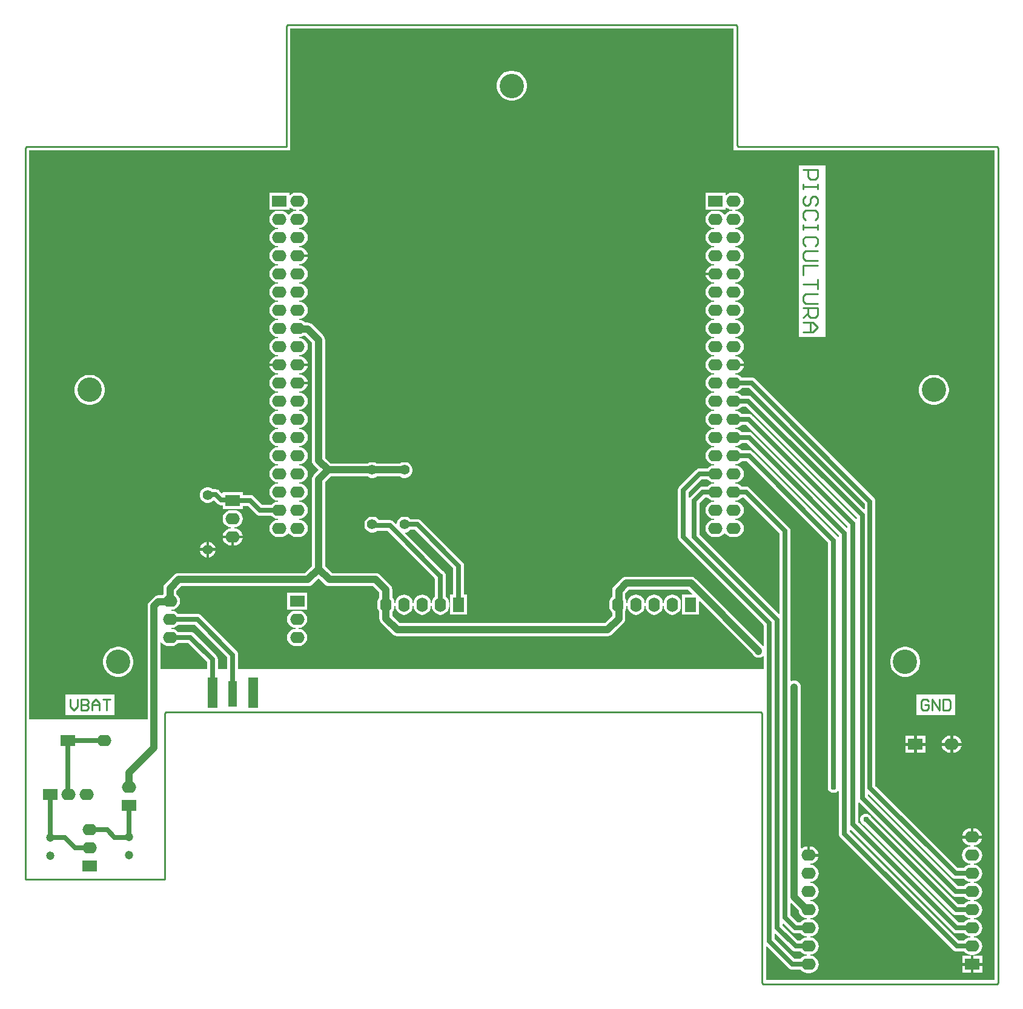
<source format=gtl>
%FSDAX23Y23*%
%MOIN*%
%SFA1B1*%

%IPPOS*%
%ADD20C,0.055000*%
%ADD22R,0.050000X0.142000*%
%ADD23R,0.053000X0.165000*%
%ADD24C,0.039000*%
%ADD25C,0.028000*%
%ADD26C,0.010000*%
%ADD27R,0.063000X0.079000*%
%ADD28O,0.063000X0.079000*%
%ADD29R,0.079000X0.063000*%
%ADD30O,0.079000X0.063000*%
%ADD31R,0.079000X0.063000*%
%ADD32O,0.079000X0.063000*%
%ADD33C,0.134000*%
%ADD34C,0.047000*%
%ADD35C,0.031000*%
%LNbuoynode_pcb-1*%
%LPD*%
G36*
X01080Y01000D02*
X01090Y00993D01*
X01102Y00988*
X01113Y00986*
Y00981*
X01102Y00980*
X01090Y00975*
X01080Y00968*
X01077Y00964*
X01052*
X01044Y00963*
X01037Y00960*
X01031Y00955*
X00983Y00907*
X00980Y00903*
X00975Y00904*
Y00933*
X01046Y01004*
X01077*
X01080Y01000*
G37*
G36*
X01943Y00870D02*
Y00842D01*
X01938Y00840*
X01323Y01455*
X01317Y01460*
X01310Y01463*
X01302Y01464*
X01267*
X01264Y01468*
X01254Y01475*
X01242Y01480*
X01231Y01481*
Y01486*
X01242Y01488*
X01254Y01493*
X01264Y01500*
X01268Y01506*
X01307*
X01943Y00870*
G37*
G36*
X01899Y00795D02*
Y00788D01*
X01894Y00786*
X01325Y01355*
X01319Y01360*
X01312Y01363*
X01304Y01364*
X01267*
X01264Y01368*
X01254Y01375*
X01242Y01380*
X01231Y01381*
Y01386*
X01242Y01388*
X01254Y01393*
X01264Y01400*
X01267Y01404*
X01290*
X01899Y00795*
G37*
G36*
X01848Y00748D02*
Y00740D01*
X01844Y00738*
X01327Y01255*
X01320Y01260*
X01313Y01263*
X01306Y01264*
X01267*
X01264Y01268*
X01254Y01275*
X01242Y01280*
X01231Y01281*
Y01286*
X01242Y01288*
X01254Y01293*
X01264Y01300*
X01267Y01304*
X01292*
X01848Y00748*
G37*
G36*
X01474Y00708D02*
Y00267D01*
X01470Y00265*
X01034Y00701*
Y00873*
X01064Y00904*
X01077*
X01080Y00900*
X01090Y00893*
X01102Y00888*
X01113Y00886*
Y00881*
X01102Y00880*
X01090Y00875*
X01080Y00868*
X01073Y00858*
X01068Y00846*
X01067Y00834*
X01068Y00822*
X01073Y00810*
X01080Y00800*
X01090Y00793*
X01102Y00788*
X01113Y00786*
Y00781*
X01102Y00780*
X01090Y00775*
X01080Y00768*
X01073Y00758*
X01068Y00746*
X01067Y00734*
X01068Y00722*
X01073Y00710*
X01080Y00700*
X01090Y00693*
X01102Y00688*
X01114Y00686*
X01130*
X01142Y00688*
X01154Y00693*
X01164Y00700*
X01169Y00707*
X01175*
X01180Y00700*
X01190Y00693*
X01202Y00688*
X01214Y00686*
X01230*
X01242Y00688*
X01254Y00693*
X01264Y00700*
X01271Y00710*
X01276Y00722*
X01278Y00734*
X01276Y00746*
X01271Y00758*
X01264Y00768*
X01254Y00775*
X01242Y00780*
X01231Y00781*
Y00786*
X01242Y00788*
X01254Y00793*
X01264Y00800*
X01271Y00810*
X01276Y00822*
X01278Y00834*
X01276Y00846*
X01271Y00858*
X01264Y00868*
X01254Y00875*
X01242Y00880*
X01231Y00881*
Y00886*
X01242Y00888*
X01254Y00893*
X01264Y00900*
X01267Y00904*
X01278*
X01474Y00708*
G37*
G36*
X01801Y00696D02*
Y00688D01*
X01796Y00686*
X01793Y00690*
X01328Y01155*
X01322Y01160*
X01315Y01163*
X01307Y01164*
X01267*
X01264Y01168*
X01254Y01175*
X01242Y01180*
X01231Y01181*
Y01186*
X01242Y01188*
X01254Y01193*
X01264Y01200*
X01267Y01204*
X01293*
X01801Y00696*
G37*
G36*
X-01029Y00427D02*
X-01022Y00422D01*
X-01013Y00418*
X-01004Y00417*
X-00763*
X-00728Y00382*
Y00354*
X-00733Y00347*
X-00738Y00335*
X-00740Y00323*
Y00307*
X-00738Y00295*
X-00733Y00283*
X-00728Y00276*
Y00239*
X-00727Y00230*
X-00723Y00222*
X-00717Y00214*
X-00655Y00152*
X-00648Y00146*
X-00639Y00143*
X-00630Y00141*
X00528*
X00537Y00143*
X00546Y00146*
X00553Y00152*
X00614Y00213*
X00620Y00220*
X00623Y00229*
X00625Y00238*
Y00282*
X00626Y00283*
X00630Y00295*
X00632Y00306*
X00637*
X00638Y00295*
X00643Y00283*
X00651Y00273*
X00660Y00266*
X00672Y00261*
X00684Y00259*
X00697Y00261*
X00708Y00266*
X00718Y00273*
X00726Y00283*
X00730Y00295*
X00732Y00306*
X00737*
X00738Y00295*
X00743Y00283*
X00751Y00273*
X00760Y00266*
X00772Y00261*
X00784Y00259*
X00797Y00261*
X00808Y00266*
X00818Y00273*
X00826Y00283*
X00830Y00295*
X00832Y00306*
X00837*
X00838Y00295*
X00843Y00283*
X00851Y00273*
X00860Y00266*
X00872Y00261*
X00884Y00259*
X00897Y00261*
X00908Y00266*
X00918Y00273*
X00926Y00283*
X00930Y00295*
X00932Y00307*
Y00323*
X00930Y00335*
X00926Y00347*
X00918Y00357*
X00908Y00364*
X00897Y00369*
X00884Y00370*
X00872Y00369*
X00860Y00364*
X00851Y00357*
X00843Y00347*
X00838Y00335*
X00837Y00324*
X00832*
X00830Y00335*
X00826Y00347*
X00818Y00357*
X00808Y00364*
X00797Y00369*
X00784Y00370*
X00772Y00369*
X00760Y00364*
X00751Y00357*
X00743Y00347*
X00738Y00335*
X00737Y00324*
X00732*
X00730Y00335*
X00726Y00347*
X00718Y00357*
X00708Y00364*
X00697Y00369*
X00684Y00370*
X00672Y00369*
X00660Y00364*
X00651Y00357*
X00643Y00347*
X00638Y00335*
X00637Y00324*
X00632*
X00630Y00335*
X00626Y00347*
X00625Y00348*
Y00377*
X00645Y00397*
X00972*
X00995Y00375*
X00993Y00370*
X00937*
Y00260*
X01031*
Y00332*
X01036Y00334*
X01327Y00043*
Y00041*
X01333Y00034*
X01340Y00028*
X01349Y00025*
X01358Y00023*
X01368Y00025*
X01376Y00028*
X01383Y00033*
X01388Y00031*
Y-00039*
X-01506*
Y00039*
X-01507Y00047*
X-01510Y00054*
X-01514Y00060*
X-01710Y00256*
X-01716Y00260*
X-01723Y00263*
X-01731Y00264*
X-01837*
X-01840Y00268*
X-01849Y00276*
X-01861Y00281*
X-01872Y00282*
Y00287*
X-01861Y00289*
X-01849Y00293*
X-01840Y00301*
X-01832Y00311*
X-01827Y00322*
X-01826Y00335*
X-01827Y00347*
X-01832Y00358*
X-01840Y00368*
X-01845Y00373*
Y00390*
X-01818Y00417*
X-01122*
X-01113Y00418*
X-01104Y00422*
X-01097Y00427*
X-01063Y00461*
X-01029Y00427*
G37*
G36*
X-01565Y00027D02*
Y-00039D01*
X-01617*
Y00013*
X-01618Y00021*
X-01621Y00028*
X-01626Y00034*
X-01747Y00156*
X-01754Y00160*
X-01761Y00163*
X-01769Y00164*
X-01837*
X-01840Y00168*
X-01849Y00176*
X-01861Y00181*
X-01872Y00182*
Y00187*
X-01861Y00189*
X-01849Y00193*
X-01840Y00201*
X-01837Y00205*
X-01743*
X-01565Y00027*
G37*
G36*
X-01923Y00101D02*
X-01913Y00093D01*
X-01901Y00089*
X-01889Y00087*
X-01873*
X-01861Y00089*
X-01849Y00093*
X-01840Y00101*
X-01837Y00105*
X-01781*
X-01676Y00000*
Y-00039*
X-01929*
X-01933Y-00036*
Y00106*
X-01928Y00108*
X-01923Y00101*
G37*
G36*
X02421Y-01184D02*
D01*
X02428Y-01189*
X02435Y-01192*
X02443Y-01193*
X02489*
X02492Y-01197*
X02502Y-01204*
X02514Y-01209*
X02525Y-01210*
Y-01216*
X02514Y-01217*
X02502Y-01222*
X02492Y-01229*
X02489Y-01233*
X02456*
X01959Y-00736*
Y-00728*
X01964Y-00726*
X02421Y-01184*
G37*
G36*
X02423Y-01284D02*
D01*
X02429Y-01289*
X02436Y-01292*
X02444Y-01293*
X02489*
X02492Y-01297*
X02502Y-01304*
X02514Y-01309*
X02525Y-01310*
Y-01316*
X02514Y-01317*
X02502Y-01322*
X02492Y-01329*
X02489Y-01333*
X02458*
X01977Y-00853*
X01974Y-00847*
X01968Y-00841*
X01961Y-00837*
X01953Y-00835*
X01945*
X01937Y-00837*
X01929Y-00841*
X01924Y-00847*
X01919Y-00854*
X01917Y-00862*
Y-00870*
X01919Y-00878*
X01924Y-00885*
X01929Y-00891*
X01935Y-00895*
X02425Y-01384*
X02431Y-01389*
X02438Y-01392*
X02446Y-01393*
X02489*
X02492Y-01397*
X02502Y-01404*
X02514Y-01409*
X02525Y-01410*
Y-01416*
X02514Y-01417*
X02502Y-01422*
X02492Y-01429*
X02489Y-01433*
X02460*
X01908Y-00881*
Y-00776*
X01913Y-00774*
X02423Y-01284*
G37*
G36*
X01579Y-01366D02*
X01580Y-01375D01*
X01585Y-01387*
X01592Y-01397*
X01602Y-01404*
X01614Y-01409*
X01625Y-01410*
Y-01416*
X01614Y-01417*
X01602Y-01422*
X01592Y-01429*
X01589Y-01433*
X01574*
X01534Y-01393*
Y-01328*
X01538Y-01326*
X01579Y-01366*
G37*
G36*
X02426Y-01484D02*
X02432Y-01489D01*
X02440Y-01492*
X02447Y-01493*
X02489*
X02492Y-01497*
X02502Y-01504*
X02514Y-01509*
X02525Y-01510*
Y-01516*
X02514Y-01517*
X02502Y-01522*
X02492Y-01529*
X02489Y-01533*
X02461*
X01860Y-00933*
Y-00925*
X01865Y-00923*
X02426Y-01484*
G37*
G36*
X01540D02*
D01*
X01547Y-01489*
X01554Y-01492*
X01561Y-01493*
X01589*
X01592Y-01497*
X01602Y-01504*
X01614Y-01509*
X01625Y-01510*
Y-01516*
X01614Y-01517*
X01602Y-01522*
X01592Y-01529*
X01589Y-01533*
X01575*
X01490Y-01448*
Y-01441*
X01495Y-01439*
X01540Y-01484*
G37*
G36*
X01219Y02841D02*
X01220Y02833D01*
Y02815*
X01239*
X01246Y02813*
X02656*
Y-01750*
X01399*
Y-01566*
X01404Y-01564*
X01524Y-01684*
X01530Y-01689*
X01537Y-01692*
X01545Y-01693*
X01589*
X01592Y-01697*
X01602Y-01704*
X01614Y-01709*
X01626Y-01711*
X01642*
X01654Y-01709*
X01666Y-01704*
X01675Y-01697*
X01683Y-01687*
X01688Y-01675*
X01689Y-01663*
X01688Y-01651*
X01683Y-01639*
X01675Y-01629*
X01666Y-01622*
X01654Y-01617*
X01643Y-01616*
Y-01610*
X01654Y-01609*
X01666Y-01604*
X01675Y-01597*
X01683Y-01587*
X01688Y-01575*
X01689Y-01563*
X01688Y-01551*
X01683Y-01539*
X01675Y-01529*
X01666Y-01522*
X01654Y-01517*
X01643Y-01516*
Y-01510*
X01654Y-01509*
X01666Y-01504*
X01675Y-01497*
X01683Y-01487*
X01688Y-01475*
X01689Y-01463*
X01688Y-01451*
X01683Y-01439*
X01675Y-01429*
X01666Y-01422*
X01654Y-01417*
X01643Y-01416*
Y-01410*
X01654Y-01409*
X01666Y-01404*
X01675Y-01397*
X01683Y-01387*
X01688Y-01375*
X01689Y-01363*
X01688Y-01351*
X01683Y-01339*
X01675Y-01329*
X01666Y-01322*
X01654Y-01317*
X01643Y-01316*
Y-01310*
X01654Y-01309*
X01666Y-01304*
X01675Y-01297*
X01683Y-01287*
X01688Y-01275*
X01689Y-01263*
X01688Y-01251*
X01683Y-01239*
X01675Y-01229*
X01666Y-01222*
X01654Y-01217*
X01643Y-01216*
Y-01210*
X01654Y-01209*
X01666Y-01204*
X01675Y-01197*
X01683Y-01187*
X01688Y-01175*
X01689Y-01163*
X01688Y-01151*
X01683Y-01139*
X01675Y-01129*
X01666Y-01122*
X01654Y-01117*
X01643Y-01116*
Y-01110*
X01654Y-01109*
X01666Y-01104*
X01675Y-01097*
X01683Y-01087*
X01688Y-01075*
Y-01071*
X01634*
Y-01063*
X01626*
Y-01015*
X01614Y-01017*
X01602Y-01022*
X01596Y-01027*
X01591Y-01024*
Y-00138*
X01590Y-00129*
X01586Y-00120*
X01580Y-00113*
X01573Y-00107*
X01564Y-00103*
X01555Y-00102*
X01546Y-00103*
X01539Y-00106*
X01534Y-00104*
Y00720*
X01533Y00728*
X01530Y00735*
X01525Y00742*
X01312Y00955*
X01305Y00960*
X01298Y00963*
X01291Y00964*
X01267*
X01264Y00968*
X01254Y00975*
X01242Y00980*
X01231Y00981*
Y00986*
X01242Y00988*
X01254Y00993*
X01264Y01000*
X01271Y01010*
X01276Y01022*
X01278Y01034*
X01276Y01046*
X01271Y01058*
X01264Y01068*
X01254Y01075*
X01242Y01080*
X01231Y01081*
Y01086*
X01242Y01088*
X01254Y01093*
X01264Y01100*
X01267Y01104*
X01295*
X01742Y00657*
Y-00678*
X01740Y-00685*
Y-00693*
X01742Y-00701*
X01746Y-00708*
X01752Y-00714*
X01759Y-00718*
X01768Y-00720*
X01776*
X01784Y-00718*
X01791Y-00714*
X01796Y-00709*
X01801Y-00711*
Y-00945*
X01802Y-00953*
X01805Y-00960*
X01810Y-00966*
X02428Y-01584*
X02434Y-01589*
X02441Y-01592*
X02449Y-01593*
X02489*
X02492Y-01597*
X02502Y-01604*
X02514Y-01609*
X02526Y-01611*
X02542*
X02554Y-01609*
X02566Y-01604*
X02575Y-01597*
X02583Y-01587*
X02588Y-01575*
X02589Y-01563*
X02588Y-01551*
X02583Y-01539*
X02575Y-01529*
X02566Y-01522*
X02554Y-01517*
X02543Y-01516*
Y-01510*
X02554Y-01509*
X02566Y-01504*
X02575Y-01497*
X02583Y-01487*
X02588Y-01475*
X02589Y-01463*
X02588Y-01451*
X02583Y-01439*
X02575Y-01429*
X02566Y-01422*
X02554Y-01417*
X02543Y-01416*
Y-01410*
X02554Y-01409*
X02566Y-01404*
X02575Y-01397*
X02583Y-01387*
X02588Y-01375*
X02589Y-01363*
X02588Y-01351*
X02583Y-01339*
X02575Y-01329*
X02566Y-01322*
X02554Y-01317*
X02543Y-01316*
Y-01310*
X02554Y-01309*
X02566Y-01304*
X02575Y-01297*
X02583Y-01287*
X02588Y-01275*
X02589Y-01263*
X02588Y-01251*
X02583Y-01239*
X02575Y-01229*
X02566Y-01222*
X02554Y-01217*
X02543Y-01216*
Y-01210*
X02554Y-01209*
X02566Y-01204*
X02575Y-01197*
X02583Y-01187*
X02588Y-01175*
X02589Y-01163*
X02588Y-01151*
X02583Y-01139*
X02575Y-01129*
X02566Y-01122*
X02554Y-01117*
X02543Y-01116*
Y-01110*
X02554Y-01109*
X02566Y-01104*
X02575Y-01097*
X02583Y-01087*
X02588Y-01075*
X02589Y-01063*
X02588Y-01051*
X02583Y-01039*
X02575Y-01029*
X02566Y-01022*
X02554Y-01017*
X02543Y-01016*
Y-01010*
X02554Y-01009*
X02566Y-01004*
X02575Y-00997*
X02583Y-00987*
X02588Y-00975*
Y-00971*
X02534*
X02479*
X02480Y-00975*
X02485Y-00987*
X02492Y-00997*
X02502Y-01004*
X02514Y-01009*
X02525Y-01010*
Y-01016*
X02514Y-01017*
X02502Y-01022*
X02492Y-01029*
X02485Y-01039*
X02480Y-01051*
X02478Y-01063*
X02480Y-01075*
X02485Y-01087*
X02492Y-01097*
X02502Y-01104*
X02514Y-01109*
X02525Y-01110*
Y-01116*
X02514Y-01117*
X02502Y-01122*
X02492Y-01129*
X02489Y-01133*
X02455*
X02002Y-00681*
Y00882*
X02001Y00890*
X01998Y00897*
X01993Y00903*
X01340Y01556*
X01334Y01561*
X01327Y01564*
X01319Y01565*
X01265*
X01264Y01568*
X01254Y01575*
X01242Y01580*
X01231Y01581*
Y01586*
X01242Y01588*
X01254Y01593*
X01264Y01600*
X01271Y01610*
X01276Y01622*
X01277Y01626*
X01222*
Y01642*
X01277*
X01276Y01646*
X01271Y01658*
X01264Y01668*
X01254Y01675*
X01242Y01680*
X01231Y01681*
Y01686*
X01242Y01688*
X01254Y01693*
X01264Y01700*
X01271Y01710*
X01276Y01722*
X01278Y01734*
X01276Y01746*
X01271Y01758*
X01264Y01768*
X01254Y01775*
X01242Y01780*
X01231Y01781*
Y01786*
X01242Y01788*
X01254Y01793*
X01264Y01800*
X01271Y01810*
X01276Y01822*
X01278Y01834*
X01276Y01846*
X01271Y01858*
X01264Y01868*
X01254Y01875*
X01242Y01880*
X01231Y01881*
Y01886*
X01242Y01888*
X01254Y01893*
X01264Y01900*
X01271Y01910*
X01276Y01922*
X01278Y01934*
X01276Y01946*
X01271Y01958*
X01264Y01968*
X01254Y01975*
X01242Y01980*
X01231Y01981*
Y01986*
X01242Y01988*
X01254Y01993*
X01264Y02000*
X01271Y02010*
X01276Y02022*
X01278Y02034*
X01276Y02046*
X01271Y02058*
X01264Y02068*
X01254Y02075*
X01242Y02080*
X01231Y02081*
Y02086*
X01242Y02088*
X01254Y02093*
X01264Y02100*
X01271Y02110*
X01276Y02122*
X01278Y02134*
X01276Y02146*
X01271Y02158*
X01264Y02168*
X01254Y02175*
X01242Y02180*
X01231Y02181*
Y02186*
X01242Y02188*
X01254Y02193*
X01264Y02200*
X01271Y02210*
X01276Y02222*
X01278Y02234*
X01276Y02246*
X01271Y02258*
X01264Y02268*
X01254Y02275*
X01242Y02280*
X01231Y02281*
Y02286*
X01242Y02288*
X01254Y02293*
X01264Y02300*
X01271Y02310*
X01276Y02322*
X01278Y02334*
X01276Y02346*
X01271Y02358*
X01264Y02368*
X01254Y02375*
X01242Y02380*
X01231Y02381*
Y02386*
X01242Y02388*
X01254Y02393*
X01264Y02400*
X01271Y02410*
X01276Y02422*
X01278Y02434*
X01276Y02446*
X01271Y02458*
X01264Y02468*
X01254Y02475*
X01242Y02480*
X01231Y02481*
Y02486*
X01242Y02488*
X01254Y02493*
X01264Y02500*
X01271Y02510*
X01276Y02522*
X01278Y02534*
X01276Y02546*
X01271Y02558*
X01264Y02568*
X01254Y02575*
X01242Y02580*
X01230Y02582*
X01214*
X01202Y02580*
X01190Y02575*
X01182Y02569*
X01177Y02571*
Y02581*
X01067*
Y02487*
X01177*
Y02497*
X01182Y02499*
X01190Y02493*
X01202Y02488*
X01213Y02486*
Y02481*
X01202Y02480*
X01190Y02475*
X01180Y02468*
X01175Y02461*
X01169*
X01164Y02468*
X01154Y02475*
X01142Y02480*
X01130Y02482*
X01114*
X01102Y02480*
X01090Y02475*
X01080Y02468*
X01073Y02458*
X01068Y02446*
X01067Y02434*
X01068Y02422*
X01073Y02410*
X01080Y02400*
X01090Y02393*
X01102Y02388*
X01113Y02386*
Y02381*
X01102Y02380*
X01090Y02375*
X01080Y02368*
X01073Y02358*
X01068Y02346*
X01067Y02334*
X01068Y02322*
X01073Y02310*
X01080Y02300*
X01090Y02293*
X01102Y02288*
X01113Y02286*
Y02281*
X01102Y02280*
X01090Y02275*
X01080Y02268*
X01073Y02258*
X01068Y02246*
X01067Y02234*
X01068Y02222*
X01073Y02210*
X01080Y02200*
X01090Y02193*
X01102Y02188*
X01113Y02186*
Y02181*
X01102Y02180*
X01090Y02175*
X01080Y02168*
X01073Y02158*
X01068Y02146*
Y02142*
X01122*
Y02126*
X01068*
Y02122*
X01073Y02110*
X01080Y02100*
X01090Y02093*
X01102Y02088*
X01113Y02086*
Y02081*
X01102Y02080*
X01090Y02075*
X01080Y02068*
X01073Y02058*
X01068Y02046*
X01067Y02034*
X01068Y02022*
X01073Y02010*
X01080Y02000*
X01090Y01993*
X01102Y01988*
X01113Y01986*
Y01981*
X01102Y01980*
X01090Y01975*
X01080Y01968*
X01073Y01958*
X01068Y01946*
X01067Y01934*
X01068Y01922*
X01073Y01910*
X01080Y01900*
X01090Y01893*
X01102Y01888*
X01113Y01886*
Y01881*
X01102Y01880*
X01090Y01875*
X01080Y01868*
X01073Y01858*
X01068Y01846*
X01067Y01834*
X01068Y01822*
X01073Y01810*
X01080Y01800*
X01090Y01793*
X01102Y01788*
X01113Y01786*
Y01781*
X01102Y01780*
X01090Y01775*
X01080Y01768*
X01073Y01758*
X01068Y01746*
X01067Y01734*
X01068Y01722*
X01073Y01710*
X01080Y01700*
X01090Y01693*
X01102Y01688*
X01113Y01686*
Y01681*
X01102Y01680*
X01090Y01675*
X01080Y01668*
X01073Y01658*
X01068Y01646*
X01067Y01634*
X01068Y01622*
X01073Y01610*
X01080Y01600*
X01090Y01593*
X01102Y01588*
X01113Y01586*
Y01581*
X01102Y01580*
X01090Y01575*
X01080Y01568*
X01073Y01558*
X01068Y01546*
X01067Y01534*
X01068Y01522*
X01073Y01510*
X01080Y01500*
X01090Y01493*
X01102Y01488*
X01113Y01486*
Y01481*
X01102Y01480*
X01090Y01475*
X01080Y01468*
X01073Y01458*
X01068Y01446*
X01067Y01434*
X01068Y01422*
X01073Y01410*
X01080Y01400*
X01090Y01393*
X01102Y01388*
X01113Y01386*
Y01381*
X01102Y01380*
X01090Y01375*
X01080Y01368*
X01073Y01358*
X01068Y01346*
X01067Y01334*
X01068Y01322*
X01073Y01310*
X01080Y01300*
X01090Y01293*
X01102Y01288*
X01113Y01286*
Y01281*
X01102Y01280*
X01090Y01275*
X01080Y01268*
X01073Y01258*
X01068Y01246*
X01067Y01234*
X01068Y01222*
X01073Y01210*
X01080Y01200*
X01090Y01193*
X01102Y01188*
X01113Y01186*
Y01181*
X01102Y01180*
X01090Y01175*
X01080Y01168*
X01073Y01158*
X01068Y01146*
X01067Y01134*
X01068Y01122*
X01073Y01110*
X01080Y01100*
X01090Y01093*
X01102Y01088*
X01113Y01086*
Y01081*
X01102Y01080*
X01090Y01075*
X01080Y01068*
X01077Y01064*
X01034*
X01030Y01063*
X01026*
X01019Y01060*
X01013Y01055*
X00924Y00966*
X00919Y00960*
X00916Y00953*
X00915Y00945*
Y00687*
X00916Y00679*
X00919Y00672*
X00924Y00666*
X01388Y00202*
Y00090*
X01383Y00088*
X01012Y00458*
X01005Y00464*
X00996Y00468*
X00987Y00469*
X00630*
X00621Y00468*
X00612Y00464*
X00605Y00458*
X00564Y00417*
X00558Y00410*
X00554Y00401*
X00553Y00392*
Y00358*
X00551Y00357*
X00543Y00347*
X00538Y00335*
X00537Y00323*
Y00307*
X00538Y00295*
X00543Y00283*
X00551Y00273*
X00553Y00271*
Y00253*
X00513Y00213*
X-00615*
X-00656Y00254*
Y00276*
X-00651Y00283*
X-00646Y00295*
X-00645Y00306*
X-00640*
X-00638Y00295*
X-00633Y00283*
X-00626Y00273*
X-00616Y00266*
X-00604Y00261*
X-00592Y00259*
X-00580Y00261*
X-00568Y00266*
X-00558Y00273*
X-00551Y00283*
X-00546Y00295*
X-00545Y00306*
X-00540*
X-00538Y00295*
X-00533Y00283*
X-00526Y00273*
X-00516Y00266*
X-00504Y00261*
X-00492Y00259*
X-00480Y00261*
X-00468Y00266*
X-00458Y00273*
X-00451Y00283*
X-00446Y00295*
X-00445Y00306*
X-00440*
X-00438Y00295*
X-00433Y00283*
X-00426Y00273*
X-00416Y00266*
X-00404Y00261*
X-00392Y00259*
X-00380Y00261*
X-00368Y00266*
X-00358Y00273*
X-00351Y00283*
X-00346Y00295*
X-00344Y00307*
Y00323*
X-00346Y00335*
X-00351Y00347*
X-00358Y00357*
X-00362Y00360*
Y00468*
Y00477*
X-00364Y00485*
X-00368Y00492*
X-00374Y00498*
X-00380Y00501*
X-00587Y00708*
X-00586Y00710*
X-00584Y00712*
X-00574Y00715*
X-00564Y00721*
X-00559Y00726*
X-00532*
X-00322Y00516*
Y00370*
X-00339*
Y00260*
X-00245*
Y00370*
X-00262*
Y00528*
X-00263Y00536*
X-00266Y00543*
X-00271Y00549*
X-00498Y00777*
X-00504Y00781*
X-00512Y00784*
X-00519Y00785*
X-00559*
X-00564Y00790*
X-00574Y00796*
X-00585Y00799*
X-00596*
X-00607Y00796*
X-00617Y00790*
X-00625Y00782*
X-00631Y00772*
X-00634Y00762*
X-00636Y00760*
X-00638Y00759*
X-00650Y00771*
X-00657Y00776*
X-00664Y00779*
X-00671Y00780*
X-00732*
X-00733Y00782*
X-00741Y00790*
X-00751Y00796*
X-00762Y00799*
X-00773*
X-00784Y00796*
X-00794Y00790*
X-00802Y00782*
X-00808Y00772*
X-00811Y00761*
Y00750*
X-00808Y00739*
X-00802Y00729*
X-00794Y00721*
X-00784Y00715*
X-00773Y00712*
X-00762*
X-00751Y00715*
X-00742Y00720*
X-00684*
X-00422Y00459*
Y00458*
Y00360*
X-00426Y00357*
X-00433Y00347*
X-00438Y00335*
X-00440Y00324*
X-00445*
X-00446Y00335*
X-00451Y00347*
X-00458Y00357*
X-00468Y00364*
X-00480Y00369*
X-00492Y00370*
X-00504Y00369*
X-00516Y00364*
X-00526Y00357*
X-00533Y00347*
X-00538Y00335*
X-00540Y00324*
X-00545*
X-00546Y00335*
X-00551Y00347*
X-00558Y00357*
X-00568Y00364*
X-00580Y00369*
X-00592Y00370*
X-00604Y00369*
X-00616Y00364*
X-00626Y00357*
X-00633Y00347*
X-00638Y00335*
X-00640Y00324*
X-00645*
X-00646Y00335*
X-00651Y00347*
X-00656Y00354*
Y00397*
X-00658Y00406*
X-00661Y00415*
X-00667Y00422*
X-00723Y00478*
X-00730Y00484*
X-00739Y00487*
X-00748Y00488*
X-00989*
X-01027Y00527*
Y00989*
X-00997Y01020*
X-00792*
X-00784Y01015*
X-00773Y01012*
X-00762*
X-00751Y01015*
X-00743Y01020*
X-00615*
X-00607Y01015*
X-00596Y01012*
X-00585*
X-00574Y01015*
X-00564Y01021*
X-00556Y01029*
X-00550Y01039*
X-00547Y01050*
Y01061*
X-00550Y01072*
X-00556Y01082*
X-00564Y01090*
X-00574Y01096*
X-00585Y01099*
X-00596*
X-00607Y01096*
X-00615Y01091*
X-00743*
X-00751Y01096*
X-00762Y01099*
X-00773*
X-00784Y01096*
X-00792Y01091*
X-00997*
X-01027Y01122*
Y01772*
X-01028Y01781*
X-01032Y01790*
X-01038Y01797*
X-01097Y01856*
X-01104Y01862*
X-01113Y01865*
X-01122Y01866*
X-01136*
Y01868*
X-01146Y01875*
X-01158Y01880*
X-01169Y01881*
Y01886*
X-01158Y01888*
X-01146Y01893*
X-01136Y01900*
X-01129Y01910*
X-01124Y01922*
X-01122Y01934*
X-01124Y01946*
X-01129Y01958*
X-01136Y01968*
X-01146Y01975*
X-01158Y01980*
X-01169Y01981*
Y01986*
X-01158Y01988*
X-01146Y01993*
X-01136Y02000*
X-01129Y02010*
X-01124Y02022*
X-01122Y02034*
X-01124Y02046*
X-01129Y02058*
X-01136Y02068*
X-01146Y02075*
X-01158Y02080*
X-01169Y02081*
Y02086*
X-01158Y02088*
X-01146Y02093*
X-01136Y02100*
X-01129Y02110*
X-01124Y02122*
X-01122Y02134*
X-01124Y02146*
X-01129Y02158*
X-01136Y02168*
X-01146Y02175*
X-01158Y02180*
X-01169Y02181*
Y02186*
X-01158Y02188*
X-01146Y02193*
X-01136Y02200*
X-01129Y02210*
X-01124Y02222*
X-01123Y02226*
X-01178*
Y02242*
X-01123*
X-01124Y02246*
X-01129Y02258*
X-01136Y02268*
X-01146Y02275*
X-01158Y02280*
X-01169Y02281*
Y02286*
X-01158Y02288*
X-01146Y02293*
X-01136Y02300*
X-01129Y02310*
X-01124Y02322*
X-01122Y02334*
X-01124Y02346*
X-01129Y02358*
X-01136Y02368*
X-01146Y02375*
X-01158Y02380*
X-01169Y02381*
Y02386*
X-01158Y02388*
X-01146Y02393*
X-01136Y02400*
X-01129Y02410*
X-01124Y02422*
X-01122Y02434*
X-01124Y02446*
X-01129Y02458*
X-01136Y02468*
X-01146Y02475*
X-01158Y02480*
X-01169Y02481*
Y02486*
X-01158Y02488*
X-01146Y02493*
X-01136Y02500*
X-01129Y02510*
X-01124Y02522*
X-01122Y02534*
X-01124Y02546*
X-01129Y02558*
X-01136Y02568*
X-01146Y02575*
X-01158Y02580*
X-01170Y02582*
X-01186*
X-01198Y02580*
X-01210Y02575*
X-01218Y02569*
X-01223Y02571*
Y02581*
X-01333*
Y02487*
X-01223*
Y02497*
X-01218Y02499*
X-01210Y02493*
X-01198Y02488*
X-01187Y02486*
Y02481*
X-01198Y02480*
X-01210Y02475*
X-01220Y02468*
X-01225Y02461*
X-01231*
X-01236Y02468*
X-01246Y02475*
X-01258Y02480*
X-01270Y02482*
X-01286*
X-01298Y02480*
X-01310Y02475*
X-01320Y02468*
X-01327Y02458*
X-01332Y02446*
X-01333Y02434*
X-01332Y02422*
X-01327Y02410*
X-01320Y02400*
X-01310Y02393*
X-01298Y02388*
X-01287Y02386*
Y02381*
X-01298Y02380*
X-01310Y02375*
X-01320Y02368*
X-01327Y02358*
X-01332Y02346*
X-01333Y02334*
X-01332Y02322*
X-01327Y02310*
X-01320Y02300*
X-01310Y02293*
X-01298Y02288*
X-01287Y02286*
Y02281*
X-01298Y02280*
X-01310Y02275*
X-01320Y02268*
X-01327Y02258*
X-01332Y02246*
X-01333Y02234*
X-01332Y02222*
X-01327Y02210*
X-01320Y02200*
X-01310Y02193*
X-01298Y02188*
X-01287Y02186*
Y02181*
X-01298Y02180*
X-01310Y02175*
X-01320Y02168*
X-01327Y02158*
X-01332Y02146*
X-01333Y02134*
X-01332Y02122*
X-01327Y02110*
X-01320Y02100*
X-01310Y02093*
X-01298Y02088*
X-01287Y02086*
Y02081*
X-01298Y02080*
X-01310Y02075*
X-01320Y02068*
X-01327Y02058*
X-01332Y02046*
X-01333Y02034*
X-01332Y02022*
X-01327Y02010*
X-01320Y02000*
X-01310Y01993*
X-01298Y01988*
X-01287Y01986*
Y01981*
X-01298Y01980*
X-01310Y01975*
X-01320Y01968*
X-01327Y01958*
X-01332Y01946*
X-01333Y01934*
X-01332Y01922*
X-01327Y01910*
X-01320Y01900*
X-01310Y01893*
X-01298Y01888*
X-01287Y01886*
Y01881*
X-01298Y01880*
X-01310Y01875*
X-01320Y01868*
X-01327Y01858*
X-01332Y01846*
X-01333Y01834*
X-01332Y01822*
X-01327Y01810*
X-01320Y01800*
X-01310Y01793*
X-01298Y01788*
X-01287Y01786*
Y01781*
X-01298Y01780*
X-01310Y01775*
X-01320Y01768*
X-01327Y01758*
X-01332Y01746*
X-01333Y01734*
X-01332Y01722*
X-01327Y01710*
X-01320Y01700*
X-01310Y01693*
X-01298Y01688*
X-01287Y01686*
Y01681*
X-01298Y01680*
X-01310Y01675*
X-01320Y01668*
X-01327Y01658*
X-01332Y01646*
Y01642*
X-01278*
Y01626*
X-01332*
Y01622*
X-01327Y01610*
X-01320Y01600*
X-01310Y01593*
X-01298Y01588*
X-01287Y01586*
Y01581*
X-01298Y01580*
X-01310Y01575*
X-01320Y01568*
X-01327Y01558*
X-01332Y01546*
X-01333Y01534*
X-01332Y01522*
X-01327Y01510*
X-01320Y01500*
X-01310Y01493*
X-01298Y01488*
X-01287Y01486*
Y01481*
X-01298Y01480*
X-01310Y01475*
X-01320Y01468*
X-01327Y01458*
X-01332Y01446*
X-01333Y01434*
X-01332Y01422*
X-01327Y01410*
X-01320Y01400*
X-01310Y01393*
X-01298Y01388*
X-01287Y01386*
Y01381*
X-01298Y01380*
X-01310Y01375*
X-01320Y01368*
X-01327Y01358*
X-01332Y01346*
X-01333Y01334*
X-01332Y01322*
X-01327Y01310*
X-01320Y01300*
X-01310Y01293*
X-01298Y01288*
X-01287Y01286*
Y01281*
X-01298Y01280*
X-01310Y01275*
X-01320Y01268*
X-01327Y01258*
X-01332Y01246*
X-01333Y01234*
X-01332Y01222*
X-01327Y01210*
X-01320Y01200*
X-01310Y01193*
X-01298Y01188*
X-01287Y01186*
Y01181*
X-01298Y01180*
X-01310Y01175*
X-01320Y01168*
X-01327Y01158*
X-01332Y01146*
X-01333Y01134*
X-01332Y01122*
X-01327Y01110*
X-01320Y01100*
X-01310Y01093*
X-01298Y01088*
X-01287Y01086*
Y01081*
X-01298Y01080*
X-01310Y01075*
X-01320Y01068*
X-01327Y01058*
X-01332Y01046*
X-01333Y01034*
X-01332Y01022*
X-01327Y01010*
X-01320Y01000*
X-01310Y00993*
X-01298Y00988*
X-01287Y00986*
Y00981*
X-01298Y00980*
X-01310Y00975*
X-01320Y00968*
X-01327Y00958*
X-01332Y00946*
X-01333Y00934*
X-01332Y00922*
X-01327Y00910*
X-01320Y00900*
X-01310Y00893*
X-01298Y00888*
X-01287Y00886*
Y00881*
X-01298Y00880*
X-01310Y00875*
X-01320Y00868*
X-01323Y00864*
X-01373*
X-01418Y00908*
X-01424Y00913*
X-01431Y00916*
X-01439Y00917*
X-01480*
Y00935*
X-01591*
Y00931*
X-01595Y00929*
X-01608Y00941*
X-01614Y00946*
X-01621Y00949*
X-01629Y00950*
X-01644*
X-01647Y00952*
X-01657Y00958*
X-01668Y00961*
X-01679*
X-01690Y00958*
X-01700Y00952*
X-01708Y00944*
X-01714Y00934*
X-01717Y00923*
Y00912*
X-01714Y00901*
X-01708Y00891*
X-01700Y00883*
X-01690Y00877*
X-01679Y00874*
X-01668*
X-01657Y00877*
X-01647Y00883*
X-01640Y00889*
X-01621Y00870*
X-01615Y00866*
X-01608Y00863*
X-01600Y00862*
X-01591*
Y00840*
X-01480*
Y00858*
X-01451*
X-01406Y00813*
X-01400Y00808*
X-01393Y00805*
X-01385Y00804*
X-01323*
X-01320Y00800*
X-01310Y00793*
X-01298Y00788*
X-01287Y00786*
Y00781*
X-01298Y00780*
X-01310Y00775*
X-01320Y00768*
X-01327Y00758*
X-01332Y00746*
X-01333Y00734*
X-01332Y00722*
X-01327Y00710*
X-01320Y00700*
X-01310Y00693*
X-01298Y00688*
X-01286Y00686*
X-01270*
X-01258Y00688*
X-01246Y00693*
X-01236Y00700*
X-01231Y00707*
X-01225*
X-01220Y00700*
X-01210Y00693*
X-01198Y00688*
X-01186Y00686*
X-01170*
X-01158Y00688*
X-01146Y00693*
X-01136Y00700*
X-01129Y00710*
X-01124Y00722*
X-01122Y00734*
X-01124Y00746*
X-01129Y00758*
X-01136Y00768*
X-01146Y00775*
X-01158Y00780*
X-01169Y00781*
Y00786*
X-01158Y00788*
X-01146Y00793*
X-01136Y00800*
X-01129Y00810*
X-01124Y00822*
X-01122Y00834*
X-01124Y00846*
X-01129Y00858*
X-01136Y00868*
X-01146Y00875*
X-01158Y00880*
X-01169Y00881*
Y00886*
X-01158Y00888*
X-01146Y00893*
X-01136Y00900*
X-01129Y00910*
X-01124Y00922*
X-01122Y00934*
X-01124Y00946*
X-01129Y00958*
X-01136Y00968*
X-01146Y00975*
X-01158Y00980*
X-01169Y00981*
Y00986*
X-01158Y00988*
X-01146Y00993*
X-01136Y01000*
X-01129Y01010*
X-01124Y01022*
X-01122Y01034*
X-01124Y01046*
X-01129Y01058*
X-01136Y01068*
X-01146Y01075*
X-01158Y01080*
X-01169Y01081*
Y01086*
X-01158Y01088*
X-01146Y01093*
X-01136Y01100*
X-01129Y01110*
X-01124Y01122*
X-01122Y01134*
X-01124Y01146*
X-01129Y01158*
X-01136Y01168*
X-01146Y01175*
X-01158Y01180*
X-01169Y01181*
Y01186*
X-01158Y01188*
X-01146Y01193*
X-01136Y01200*
X-01129Y01210*
X-01124Y01222*
X-01122Y01234*
X-01124Y01246*
X-01129Y01258*
X-01136Y01268*
X-01146Y01275*
X-01158Y01280*
X-01169Y01281*
Y01286*
X-01158Y01288*
X-01146Y01293*
X-01136Y01300*
X-01129Y01310*
X-01124Y01322*
X-01122Y01334*
X-01124Y01346*
X-01129Y01358*
X-01136Y01368*
X-01146Y01375*
X-01158Y01380*
X-01169Y01381*
Y01386*
X-01158Y01388*
X-01146Y01393*
X-01136Y01400*
X-01129Y01410*
X-01124Y01422*
X-01122Y01434*
X-01124Y01446*
X-01129Y01458*
X-01136Y01468*
X-01146Y01475*
X-01158Y01480*
X-01169Y01481*
Y01486*
X-01158Y01488*
X-01146Y01493*
X-01136Y01500*
X-01129Y01510*
X-01124Y01522*
X-01123Y01526*
X-01178*
Y01542*
X-01123*
X-01124Y01546*
X-01129Y01558*
X-01136Y01568*
X-01146Y01575*
X-01158Y01580*
X-01169Y01581*
Y01586*
X-01158Y01588*
X-01146Y01593*
X-01136Y01600*
X-01129Y01610*
X-01124Y01622*
X-01123Y01626*
X-01178*
Y01642*
X-01123*
X-01124Y01646*
X-01129Y01658*
X-01136Y01668*
X-01146Y01675*
X-01158Y01680*
X-01169Y01681*
Y01686*
X-01158Y01688*
X-01146Y01693*
X-01136Y01700*
X-01129Y01710*
X-01124Y01722*
X-01122Y01734*
X-01124Y01746*
X-01129Y01758*
X-01136Y01768*
X-01146Y01775*
X-01158Y01780*
X-01169Y01781*
Y01786*
X-01158Y01788*
X-01146Y01793*
X-01143Y01795*
X-01137*
X-01099Y01757*
Y01107*
X-01098Y01098*
X-01094Y01089*
X-01088Y01082*
X-01062Y01056*
X-01088Y01029*
X-01094Y01022*
X-01098Y01013*
X-01099Y01004*
Y00527*
X-01137Y00488*
X-01833*
X-01842Y00487*
X-01851Y00484*
X-01858Y00478*
X-01906Y00430*
X-01912Y00423*
X-01916Y00414*
X-01917Y00405*
Y00373*
X-01923Y00368*
X-01925Y00366*
X-01945*
X-01955Y00365*
X-01963Y00361*
X-01971Y00355*
X-01994Y00332*
X-01999Y00325*
X-02003Y00316*
X-02004Y00307*
Y-00315*
X-02656*
Y02813*
X-01240*
X-01233Y02815*
X-01220*
Y02827*
X-01219Y02835*
Y03483*
X01219*
Y02841*
G37*
G36*
X01542Y-01584D02*
X01548Y-01589D01*
X01555Y-01592*
X01563Y-01593*
X01589*
X01592Y-01597*
X01602Y-01604*
X01614Y-01609*
X01625Y-01610*
Y-01616*
X01614Y-01617*
X01602Y-01622*
X01592Y-01629*
X01589Y-01633*
X01557*
X01447Y-01523*
Y-01496*
X01452Y-01494*
X01542Y-01584*
G37*
%LNbuoynode_pcb-2*%
%LPC*%
G36*
X-01126Y00382D02*
X-01236D01*
Y00287*
X-01126*
Y00382*
G37*
G36*
X-01173Y00282D02*
X-01189D01*
X-01201Y00281*
X-01213Y00276*
X-01223Y00268*
X-01230Y00258*
X-01235Y00247*
X-01237Y00235*
X-01235Y00222*
X-01230Y00211*
X-01223Y00201*
X-01213Y00193*
X-01201Y00189*
X-01190Y00187*
Y00182*
X-01201Y00181*
X-01213Y00176*
X-01223Y00168*
X-01230Y00158*
X-01235Y00147*
X-01237Y00135*
X-01235Y00122*
X-01230Y00111*
X-01223Y00101*
X-01213Y00093*
X-01201Y00089*
X-01189Y00087*
X-01173*
X-01161Y00089*
X-01149Y00093*
X-01140Y00101*
X-01132Y00111*
X-01127Y00122*
X-01126Y00135*
X-01127Y00147*
X-01132Y00158*
X-01140Y00168*
X-01149Y00176*
X-01161Y00181*
X-01172Y00182*
Y00187*
X-01161Y00189*
X-01149Y00193*
X-01140Y00201*
X-01132Y00211*
X-01127Y00222*
X-01126Y00235*
X-01127Y00247*
X-01132Y00258*
X-01140Y00268*
X-01149Y00276*
X-01161Y00281*
X-01173Y00282*
G37*
G36*
X00008Y03252D02*
X-00008D01*
X-00024Y03249*
X-00039Y03243*
X-00053Y03234*
X-00064Y03222*
X-00073Y03208*
X-00079Y03193*
X-00083Y03177*
Y03161*
X-00079Y03145*
X-00073Y03130*
X-00064Y03117*
X-00053Y03105*
X-00039Y03096*
X-00024Y03090*
X-00008Y03087*
X00008*
X00024Y03090*
X00039Y03096*
X00053Y03105*
X00064Y03117*
X00073Y03130*
X00079Y03145*
X00083Y03161*
Y03177*
X00079Y03193*
X00073Y03208*
X00064Y03222*
X00053Y03234*
X00039Y03243*
X00024Y03249*
X00008Y03252*
G37*
G36*
X01728Y02732D02*
X01579D01*
Y01789*
X01728*
Y02732*
G37*
G36*
X02331Y01579D02*
X02315D01*
X02299Y01576*
X02284Y01569*
X02270Y01560*
X02259Y01549*
X02250Y01535*
X02243Y01520*
X02240Y01504*
Y01488*
X02243Y01472*
X02250Y01457*
X02259Y01443*
X02270Y01432*
X02284Y01423*
X02299Y01417*
X02315Y01413*
X02331*
X02347Y01417*
X02362Y01423*
X02376Y01432*
X02387Y01443*
X02396Y01457*
X02402Y01472*
X02406Y01488*
Y01504*
X02402Y01520*
X02396Y01535*
X02387Y01549*
X02376Y01560*
X02362Y01569*
X02347Y01576*
X02331Y01579*
G37*
G36*
X-02315D02*
X-02331D01*
X-02347Y01576*
X-02362Y01569*
X-02376Y01560*
X-02387Y01549*
X-02396Y01535*
X-02402Y01520*
X-02406Y01504*
Y01488*
X-02402Y01472*
X-02396Y01457*
X-02387Y01443*
X-02376Y01432*
X-02362Y01423*
X-02347Y01417*
X-02331Y01413*
X-02315*
X-02299Y01417*
X-02284Y01423*
X-02270Y01432*
X-02259Y01443*
X-02250Y01457*
X-02243Y01472*
X-02240Y01488*
Y01504*
X-02243Y01520*
X-02250Y01535*
X-02259Y01549*
X-02270Y01560*
X-02284Y01569*
X-02299Y01576*
X-02315Y01579*
G37*
G36*
X-01528Y00835D02*
X-01543D01*
X-01556Y00833*
X-01567Y00829*
X-01577Y00821*
X-01585Y00811*
X-01589Y00800*
X-01591Y00787*
X-01589Y00775*
X-01585Y00764*
X-01577Y00754*
X-01567Y00746*
X-01556Y00741*
X-01545Y00740*
Y00735*
X-01556Y00733*
X-01567Y00729*
X-01577Y00721*
X-01585Y00711*
X-01589Y00700*
X-01590Y00695*
X-01481*
X-01482Y00700*
X-01486Y00711*
X-01494Y00721*
X-01504Y00729*
X-01515Y00733*
X-01526Y00735*
Y00740*
X-01515Y00741*
X-01504Y00746*
X-01494Y00754*
X-01486Y00764*
X-01482Y00775*
X-01480Y00787*
X-01482Y00800*
X-01486Y00811*
X-01494Y00821*
X-01504Y00829*
X-01515Y00833*
X-01528Y00835*
G37*
G36*
X-01481Y00680D02*
X-01528D01*
Y00640*
X-01515Y00641*
X-01504Y00646*
X-01494Y00654*
X-01486Y00664*
X-01482Y00675*
X-01481Y00680*
G37*
G36*
X-01543D02*
X-01590D01*
X-01589Y00675*
X-01585Y00664*
X-01577Y00654*
X-01567Y00646*
X-01556Y00641*
X-01543Y00640*
Y00680*
G37*
G36*
X-01665Y00660D02*
Y00626D01*
X-01631*
X-01633Y00634*
X-01639Y00644*
X-01647Y00652*
X-01657Y00658*
X-01665Y00660*
G37*
G36*
X-01681D02*
X-01690Y00658D01*
X-01700Y00652*
X-01708Y00644*
X-01714Y00634*
X-01716Y00626*
X-01681*
Y00660*
G37*
G36*
Y00610D02*
X-01716D01*
X-01714Y00601*
X-01708Y00591*
X-01700Y00583*
X-01690Y00577*
X-01681Y00575*
Y00610*
G37*
G36*
X-01631D02*
X-01665D01*
Y00575*
X-01657Y00577*
X-01647Y00583*
X-01639Y00591*
X-01633Y00601*
X-01631Y00610*
G37*
G36*
X02173Y00083D02*
X02157D01*
X02141Y00079*
X02126Y00073*
X02113Y00064*
X02101Y00053*
X02092Y00039*
X02086Y00024*
X02083Y00008*
Y-00008*
X02086Y-00024*
X02092Y-00039*
X02101Y-00053*
X02113Y-00064*
X02126Y-00073*
X02141Y-00079*
X02157Y-00083*
X02173*
X02189Y-00079*
X02205Y-00073*
X02218Y-00064*
X02230Y-00053*
X02239Y-00039*
X02245Y-00024*
X02248Y-00008*
Y00008*
X02245Y00024*
X02239Y00039*
X02230Y00053*
X02218Y00064*
X02205Y00073*
X02189Y00079*
X02173Y00083*
G37*
G36*
X-02157D02*
X-02173D01*
X-02189Y00079*
X-02205Y00073*
X-02218Y00064*
X-02230Y00053*
X-02239Y00039*
X-02245Y00024*
X-02248Y00008*
Y-00008*
X-02245Y-00024*
X-02239Y-00039*
X-02230Y-00053*
X-02218Y-00064*
X-02205Y-00073*
X-02189Y-00079*
X-02173Y-00083*
X-02157*
X-02141Y-00079*
X-02126Y-00073*
X-02113Y-00064*
X-02101Y-00053*
X-02092Y-00039*
X-02086Y-00024*
X-02083Y-00008*
Y00008*
X-02086Y00024*
X-02092Y00039*
X-02101Y00053*
X-02113Y00064*
X-02126Y00073*
X-02141Y00079*
X-02157Y00083*
G37*
G36*
X-02185Y-00180D02*
X-02457D01*
Y-00291*
X-02185*
Y-00180*
G37*
G36*
X02440D02*
X02228D01*
Y-00291*
X02440*
Y-00180*
G37*
G36*
X02276Y-00406D02*
X02229D01*
Y-00445*
X02276*
Y-00406*
G37*
G36*
X02429Y-00405D02*
Y-00445D01*
X02476*
X02475Y-00440*
X02470Y-00429*
X02463Y-00419*
X02453Y-00411*
X02441Y-00407*
X02429Y-00405*
G37*
G36*
X02413D02*
D01*
X02401Y-00407*
X02390Y-00411*
X02380Y-00419*
X02372Y-00429*
X02367Y-00440*
Y-00445*
X02413*
Y-00405*
G37*
G36*
X02213Y-00406D02*
X02166D01*
Y-00445*
X02213*
Y-00406*
G37*
G36*
X02276Y-00461D02*
X02229D01*
Y-00500*
X02276*
Y-00461*
G37*
G36*
X02213D02*
X02166D01*
Y-00500*
X02213*
Y-00461*
G37*
G36*
X02476D02*
X02429D01*
Y-00500*
X02441Y-00499*
X02453Y-00494*
X02463Y-00486*
X02470Y-00477*
X02475Y-00465*
X02476Y-00461*
G37*
G36*
X02413D02*
X02367D01*
Y-00465*
X02372Y-00477*
X02380Y-00486*
X02390Y-00494*
X02401Y-00499*
X02413Y-00500*
Y-00461*
G37*
G36*
X02542Y-00915D02*
D01*
Y-00955*
X02588*
Y-00951*
X02583Y-00939*
X02575Y-00929*
X02566Y-00922*
X02554Y-00917*
X02542Y-00915*
G37*
G36*
X02526D02*
D01*
X02514Y-00917*
X02502Y-00922*
X02492Y-00929*
X02485Y-00939*
X02480Y-00951*
X02479Y-00955*
X02526*
Y-00915*
G37*
G36*
X01642Y-01015D02*
D01*
Y-01055*
X01688*
Y-01051*
X01683Y-01039*
X01675Y-01029*
X01666Y-01022*
X01654Y-01017*
X01642Y-01015*
G37*
G36*
X02589Y-01616D02*
X02542D01*
Y-01655*
X02589*
Y-01616*
G37*
G36*
X02526D02*
X02479D01*
Y-01655*
X02526*
Y-01616*
G37*
G36*
X02589Y-01671D02*
X02542D01*
Y-01710*
X02589*
Y-01671*
G37*
G36*
X02526D02*
X02479D01*
Y-01710*
X02526*
Y-01671*
G37*
%LNbuoynode_pcb-3*%
%LPD*%
G54D20*
X-01673Y00918D03*
Y00618D03*
X-00591Y01056D03*
Y00756D03*
X-00768Y01056D03*
Y00756D03*
G54D22*
X-01535Y-00177D03*
G54D23*
X-01647Y-00169D03*
X-01424D03*
G54D24*
X00987Y00433D02*
X01358Y00062D01*
Y00059D02*
Y00062D01*
X-00692Y00239D02*
X-00630Y00177D01*
X00528*
X00589Y00238*
Y00392D02*
X00630Y00433D01*
X00987*
X00589Y00319D02*
Y00392D01*
X00584Y00315D02*
X00589Y00319D01*
X01626Y-01355D02*
X01634Y-01363D01*
X01555Y-01292D02*
Y-00138D01*
X01618Y-01355D02*
X01626D01*
X01555Y-01292D02*
X01618Y-01355D01*
X-01969Y-00472D02*
Y00307D01*
X-02106Y-00610D02*
X-01969Y-00472D01*
X-02106Y-00689D02*
Y-00610D01*
X-01063Y00512D02*
Y01004D01*
X-01011Y01056*
X-01063Y01107D02*
Y01772D01*
Y01107D02*
X-01011Y01056D01*
X-00768*
X-00591*
X-00692Y00239D02*
Y00315D01*
Y00397*
X00589Y00238D02*
Y00310D01*
X00584Y00315D02*
X00589Y00310D01*
X-00748Y00453D02*
X-00692Y00397D01*
X-01004Y00453D02*
X-00748D01*
X-01063Y00512D02*
X-01004Y00453D01*
X-01178Y01834D02*
X-01175Y01831D01*
X-01122*
X-01833Y00453D02*
X-01122D01*
Y01831D02*
X-01063Y01772D01*
X-01122Y00453D02*
X-01063Y00512D01*
X-01881Y00405D02*
X-01833Y00453D01*
X-01881Y00335D02*
Y00405D01*
X-01969Y00307D02*
X-01945Y00330D01*
X-01886*
X-01881Y00335*
G54D25*
X-00394Y00471D02*
Y00472D01*
Y00471D02*
X-00392Y00470D01*
X-00671Y00750D02*
X-00394Y00472D01*
X-00392Y00315D02*
Y00470D01*
X-00762Y00750D02*
X-00671D01*
X-00768Y00756D02*
X-00762Y00750D01*
X01417Y-01535D02*
Y00214D01*
X01461Y-01461D02*
X01563Y-01563D01*
X01545Y-01663D02*
X01634D01*
X01417Y-01535D02*
X01545Y-01663D01*
X01563Y-01563D02*
X01634D01*
X-00492Y00307D02*
Y00315D01*
X-00292D02*
Y00528D01*
X-00295Y00318D02*
X-00292Y00315D01*
X-00519Y00756D02*
X-00292Y00528D01*
X-00591Y00756D02*
X-00519D01*
X01291Y00934D02*
X01504Y00720D01*
Y-01406D02*
Y00720D01*
X01222Y00934D02*
X01291D01*
X01307Y01134D02*
X01772Y00669D01*
Y-00689D02*
Y00669D01*
X01004Y00689D02*
Y00886D01*
X00945Y00687D02*
X01417Y00214D01*
X00945Y00687D02*
Y00945D01*
X01004Y00689D02*
X01461Y00232D01*
Y-01461D02*
Y00232D01*
X01504Y-01406D02*
X01561Y-01463D01*
X01634*
X00945Y00945D02*
X01034Y01034D01*
X01122*
X01004Y00886D02*
X01052Y00934D01*
X01122*
X01831Y-00945D02*
X02449Y-01563D01*
X01831Y-00945D02*
Y00709D01*
X01306Y01234D02*
X01831Y00709D01*
X02446Y-01363D02*
X02534D01*
X01949Y-00866D02*
X02446Y-01363D01*
X02444Y-01263D02*
X02534D01*
X01929Y-00748D02*
Y00807D01*
Y-00748D02*
X02444Y-01263D01*
X01972Y-00693D02*
X02443Y-01163D01*
X01878Y-00894D02*
Y00760D01*
Y-00894D02*
X02447Y-01463D01*
X01972Y-00693D02*
Y00882D01*
X02443Y-01163D02*
X02534D01*
X01304Y01334D02*
X01878Y00760D01*
X02447Y-01463D02*
X02534D01*
X01222Y01134D02*
X01307D01*
X01319Y01535D02*
X01972Y00882D01*
X01302Y01434D02*
X01929Y00807D01*
X01222Y01234D02*
X01306D01*
X01222Y01334D02*
X01304D01*
X01222Y01434D02*
X01302D01*
X01224Y01535D02*
X01319D01*
X01222Y01534D02*
X01224Y01535D01*
X02449Y-01563D02*
X02534D01*
X-01535Y00887D02*
X-01439D01*
X-01385Y00834*
X-01278*
X-01600Y00891D02*
X-01539D01*
X-01673Y00918D02*
X-01671Y00920D01*
X-01629D02*
X-01600Y00891D01*
X-01671Y00920D02*
X-01629D01*
X-01539Y00891D02*
X-01535Y00887D01*
Y-00177D02*
Y00039D01*
X-01731Y00235D02*
X-01535Y00039D01*
X-01881Y00235D02*
X-01731D01*
X-01647Y-00169D02*
Y00013D01*
X-01769Y00135D02*
X-01647Y00013D01*
X-01881Y00135D02*
X-01769D01*
X-02106Y-00963D02*
Y-00789D01*
X-02444Y-00433D02*
X-02244D01*
X-02443Y-00727D02*
Y-00435D01*
Y-00727D02*
X-02441Y-00728D01*
X-02444Y-00433D02*
X-02443Y-00435D01*
X-02540Y-00964D02*
X-02539Y-00965D01*
X-02541Y-00728D02*
X-02540Y-00729D01*
Y-00964D02*
Y-00729D01*
X-02323Y-00924D02*
X-02226D01*
X-02185Y-00965*
X-02461D02*
X-02402Y-01024D01*
X-02539Y-00965D02*
X-02461D01*
X-02402Y-01024D02*
X-02323D01*
X-02185Y-00965D02*
X-02108D01*
X-02106Y-00963*
G54D26*
X-01240Y02835D02*
Y03498D01*
X-02671Y02835D02*
X-01240D01*
X-01234Y03504D02*
X01234D01*
X01240Y03498*
Y02841D02*
X01246Y02835D01*
X02671*
X01240Y02841D02*
Y03498D01*
X-01240D02*
X-01234Y03504D01*
X-02677Y-01195D02*
X-01910D01*
X-02677Y02829D02*
X-02671Y02835D01*
X-02677Y-01195D02*
Y02829D01*
X02677Y-01766D02*
Y02829D01*
X02671Y02835D02*
X02677Y02829D01*
X-01909Y-01195D02*
Y-00281D01*
X-01904Y-00276*
X01378Y-01766D02*
Y-00281D01*
X01384Y-01772D02*
X02671D01*
X02677Y-01766*
X01378D02*
X01384Y-01772D01*
X01372Y-00276D02*
X01378Y-00281D01*
X-01904Y-00276D02*
X01372D01*
X01604Y02707D02*
X01683D01*
Y02667*
X01670Y02654*
X01644*
X01631Y02667*
Y02707*
X01683Y02628D02*
Y02602D01*
Y02615*
X01604*
Y02628*
Y02602*
X01670Y02510D02*
X01683Y02523D01*
Y02549*
X01670Y02562*
X01657*
X01644Y02549*
Y02523*
X01631Y02510*
X01618*
X01604Y02523*
Y02549*
X01618Y02562*
X01670Y02431D02*
X01683Y02444D01*
Y02470*
X01670Y02484*
X01618*
X01604Y02470*
Y02444*
X01618Y02431*
X01683Y02405D02*
Y02379D01*
Y02392*
X01604*
Y02405*
Y02379*
X01670Y02287D02*
X01683Y02300D01*
Y02326*
X01670Y02339*
X01618*
X01604Y02326*
Y02300*
X01618Y02287*
X01683Y02260D02*
X01618D01*
X01604Y02247*
Y02221*
X01618Y02208*
X01683*
Y02182D02*
X01604D01*
Y02129*
X01683Y02103D02*
Y02051D01*
Y02077*
X01604*
X01683Y02024D02*
X01618D01*
X01604Y02011*
Y01985*
X01618Y01972*
X01683*
X01604Y01946D02*
X01683D01*
Y01906*
X01670Y01893*
X01644*
X01631Y01906*
Y01946*
Y01919D02*
X01604Y01893D01*
Y01867D02*
X01657D01*
X01683Y01841*
X01657Y01814*
X01604*
X01644*
Y01867*
X-02431Y-00206D02*
Y-00246D01*
X-02411Y-00266*
X-02391Y-00246*
Y-00206*
X-02371D02*
Y-00266D01*
X-02341*
X-02331Y-00256*
Y-00246*
X-02341Y-00236*
X-02371*
X-02341*
X-02331Y-00226*
Y-00216*
X-02341Y-00206*
X-02371*
X-02311Y-00266D02*
Y-00226D01*
X-02291Y-00206*
X-02271Y-00226*
Y-00266*
Y-00236*
X-02311*
X-02251Y-00206D02*
X-02211D01*
X-02231*
Y-00266*
X02294Y-00216D02*
X02284Y-00206D01*
X02264*
X02254Y-00216*
Y-00256*
X02264Y-00266*
X02284*
X02294Y-00256*
Y-00236*
X02274*
X02314Y-00266D02*
Y-00206D01*
X02354Y-00266*
Y-00206*
X02374D02*
Y-00266D01*
X02404*
X02414Y-00256*
Y-00216*
X02404Y-00206*
X02374*
G54D27*
X-00292Y00315D03*
X00984D03*
G54D28*
X-00392Y00315D03*
X-00492D03*
X-00592D03*
X-00692D03*
X00884D03*
X00784D03*
X00684D03*
X00584D03*
G54D29*
X02534Y-01663D03*
X-01278Y02534D03*
X01122D03*
X-02323Y-01124D03*
X-01181Y00335D03*
X-02444Y-00433D03*
X02221Y-00453D03*
X-02106Y-00789D03*
X-01535Y00887D03*
G54D30*
X02534Y-01563D03*
Y-01463D03*
Y-01363D03*
Y-01263D03*
Y-01163D03*
Y-01063D03*
Y-00963D03*
X01634Y-01663D03*
Y-01563D03*
Y-01463D03*
Y-01363D03*
Y-01263D03*
Y-01163D03*
Y-01063D03*
X-01178Y00734D03*
Y00834D03*
Y00934D03*
Y01034D03*
Y01134D03*
Y01234D03*
Y01334D03*
Y01434D03*
Y01534D03*
Y01634D03*
Y01734D03*
Y01834D03*
Y01934D03*
Y02034D03*
Y02134D03*
Y02234D03*
Y02334D03*
Y02434D03*
Y02534D03*
X-01278Y00734D03*
Y00834D03*
Y00934D03*
Y01034D03*
Y01134D03*
Y01234D03*
Y01334D03*
Y01434D03*
Y01534D03*
Y01634D03*
Y01734D03*
Y01834D03*
Y01934D03*
Y02034D03*
Y02134D03*
Y02234D03*
Y02334D03*
Y02434D03*
X01222Y02134D03*
Y01834D03*
Y01534D03*
Y01234D03*
Y02534D03*
Y02434D03*
Y02334D03*
Y02234D03*
Y02034D03*
Y01934D03*
Y01734D03*
Y01634D03*
Y01434D03*
Y01334D03*
Y01134D03*
Y01034D03*
Y00934D03*
Y00834D03*
Y00734D03*
X01122Y02134D03*
Y01834D03*
Y01534D03*
Y01234D03*
Y02434D03*
Y02334D03*
Y02234D03*
Y02034D03*
Y01934D03*
Y01734D03*
Y01634D03*
Y01434D03*
Y01334D03*
Y01134D03*
Y01034D03*
Y00934D03*
Y00834D03*
Y00734D03*
X-02323Y-01024D03*
Y-00924D03*
X-01181Y00235D03*
Y00135D03*
X-01881Y00335D03*
Y00235D03*
Y00135D03*
X-02244Y-00433D03*
X02421Y-00453D03*
X-02106Y-00689D03*
X-01535Y00687D03*
Y00787D03*
G54D31*
X-02541Y-00728D03*
G54D32*
X-02441Y-00728D03*
X-02341D03*
G54D33*
X-02165Y00000D03*
X00000Y03169D03*
X02165Y00000D03*
X-02323Y01496D03*
X02323D03*
G54D34*
X-02539Y-01065D03*
Y-00965D03*
X-02106Y-01063D03*
Y-00963D03*
G54D35*
X01358Y00059D03*
X-00394Y00472D03*
X01555Y-00138D03*
X01772Y-00689D03*
X01949Y-00866D03*
M02*
</source>
